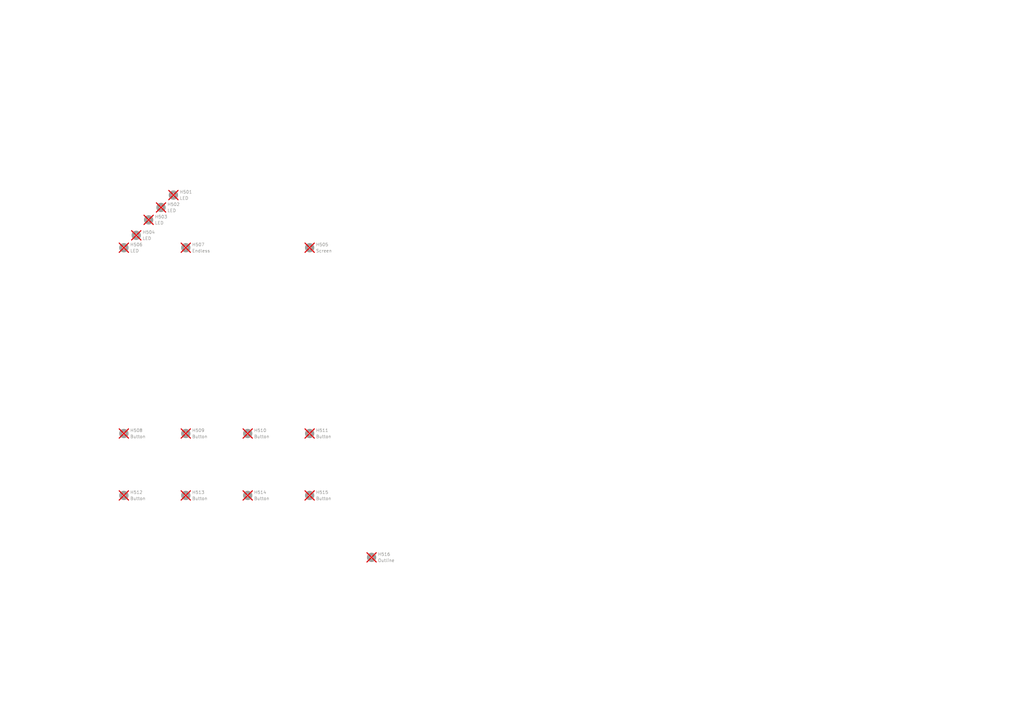
<source format=kicad_sch>
(kicad_sch (version 20231120) (generator "eeschema") (generator_version "8.0")
  (paper "A3")
  (lib_symbols
    (symbol "Mechanical:MountingHole" (pin_names (offset 1.016)) (exclude_from_sim yes) (in_bom no)
      (property "Reference" "H" (at 0 5.08 0))
      (property "Value" "MountingHole" (at 0 3.175 0))
      (symbol "MountingHole_0_1"
        (circle (center 0 0) (radius 1.27) (stroke (width 1.27)))
      )
    )
  )
  (symbol (lib_id "Mechanical:MountingHole") (at 60.96 90.17 0) (unit 1) (exclude_from_sim yes) (in_bom no) (dnp yes)
    (property "Reference" "H503" (at 63.5 88.8999 0) (effects (justify left)))
    (property "Value" "LED" (at 63.5 91.4399 0) (effects (justify left)))
    (property "Footprint" "suku_basics:FP_LED" (effects (hide yes)))
    (property "Description" "Mounting Hole without connection" (effects (hide yes)))
  )
  (symbol (lib_id "Mechanical:MountingHole") (at 152.4 228.6 0) (unit 1) (exclude_from_sim yes) (in_bom no) (dnp yes)
    (property "Reference" "H516" (at 154.94 227.3299 0) (effects (justify left)))
    (property "Value" "Outline" (at 154.94 229.8699 0) (effects (justify left)))
    (property "Footprint" "suku_basics:FP_OUTLINE" (effects (hide yes)))
    (property "Description" "Mounting Hole without connection" (effects (hide yes)))
  )
  (symbol (lib_id "Mechanical:MountingHole") (at 55.88 96.52 0) (unit 1) (exclude_from_sim yes) (in_bom no) (dnp yes)
    (property "Reference" "H504" (at 58.42 95.2499 0) (effects (justify left)))
    (property "Value" "LED" (at 58.42 97.7899 0) (effects (justify left)))
    (property "Footprint" "suku_basics:FP_LED" (effects (hide yes)))
    (property "Description" "Mounting Hole without connection" (effects (hide yes)))
  )
  (symbol (lib_id "Mechanical:MountingHole") (at 76.2 203.2 0) (unit 1) (exclude_from_sim yes) (in_bom no) (dnp yes)
    (property "Reference" "H513" (at 78.74 201.9299 0) (effects (justify left)))
    (property "Value" "Button" (at 78.74 204.4699 0) (effects (justify left)))
    (property "Footprint" "suku_basics:FP_BUTTON" (effects (hide yes)))
    (property "Description" "Mounting Hole without connection" (effects (hide yes)))
  )
  (symbol (lib_id "Mechanical:MountingHole") (at 127 203.2 0) (unit 1) (exclude_from_sim yes) (in_bom no) (dnp yes)
    (property "Reference" "H515" (at 129.54 201.9299 0) (effects (justify left)))
    (property "Value" "Button" (at 129.54 204.4699 0) (effects (justify left)))
    (property "Footprint" "suku_basics:FP_BUTTON" (effects (hide yes)))
    (property "Description" "Mounting Hole without connection" (effects (hide yes)))
  )
  (symbol (lib_id "Mechanical:MountingHole") (at 50.8 177.8 0) (unit 1) (exclude_from_sim yes) (in_bom no) (dnp yes)
    (property "Reference" "H508" (at 53.34 176.5299 0) (effects (justify left)))
    (property "Value" "Button" (at 53.34 179.0699 0) (effects (justify left)))
    (property "Footprint" "suku_basics:FP_BUTTON" (effects (hide yes)))
    (property "Description" "Mounting Hole without connection" (effects (hide yes)))
  )
  (symbol (lib_id "Mechanical:MountingHole") (at 50.8 203.2 0) (unit 1) (exclude_from_sim yes) (in_bom no) (dnp yes)
    (property "Reference" "H512" (at 53.34 201.9299 0) (effects (justify left)))
    (property "Value" "Button" (at 53.34 204.4699 0) (effects (justify left)))
    (property "Footprint" "suku_basics:FP_BUTTON" (effects (hide yes)))
    (property "Description" "Mounting Hole without connection" (effects (hide yes)))
  )
  (symbol (lib_id "Mechanical:MountingHole") (at 101.6 203.2 0) (unit 1) (exclude_from_sim yes) (in_bom no) (dnp yes)
    (property "Reference" "H514" (at 104.14 201.9299 0) (effects (justify left)))
    (property "Value" "Button" (at 104.14 204.4699 0) (effects (justify left)))
    (property "Footprint" "suku_basics:FP_BUTTON" (effects (hide yes)))
    (property "Description" "Mounting Hole without connection" (effects (hide yes)))
  )
  (symbol (lib_id "Mechanical:MountingHole") (at 76.2 177.8 0) (unit 1) (exclude_from_sim yes) (in_bom no) (dnp yes)
    (property "Reference" "H509" (at 78.74 176.5299 0) (effects (justify left)))
    (property "Value" "Button" (at 78.74 179.0699 0) (effects (justify left)))
    (property "Footprint" "suku_basics:FP_BUTTON" (effects (hide yes)))
    (property "Description" "Mounting Hole without connection" (effects (hide yes)))
  )
  (symbol (lib_id "Mechanical:MountingHole") (at 101.6 177.8 0) (unit 1) (exclude_from_sim yes) (in_bom no) (dnp yes)
    (property "Reference" "H510" (at 104.14 176.5299 0) (effects (justify left)))
    (property "Value" "Button" (at 104.14 179.0699 0) (effects (justify left)))
    (property "Footprint" "suku_basics:FP_BUTTON" (effects (hide yes)))
    (property "Description" "Mounting Hole without connection" (effects (hide yes)))
  )
  (symbol (lib_id "Mechanical:MountingHole") (at 71.12 80.01 0) (unit 1) (exclude_from_sim yes) (in_bom no) (dnp yes)
    (property "Reference" "H501" (at 73.66 78.7399 0) (effects (justify left)))
    (property "Value" "LED" (at 73.66 81.2799 0) (effects (justify left)))
    (property "Footprint" "suku_basics:FP_LED" (effects (hide yes)))
    (property "Description" "Mounting Hole without connection" (effects (hide yes)))
  )
  (symbol (lib_id "Mechanical:MountingHole") (at 76.2 101.6 0) (unit 1) (exclude_from_sim yes) (in_bom no) (dnp yes)
    (property "Reference" "H507" (at 78.74 100.3299 0) (effects (justify left)))
    (property "Value" "Endless" (at 78.74 102.8699 0) (effects (justify left)))
    (property "Footprint" "suku_basics:FP_ENDLESS" (effects (hide yes)))
    (property "Description" "Mounting Hole without connection" (effects (hide yes)))
  )
  (symbol (lib_id "Mechanical:MountingHole") (at 127 101.6 0) (unit 1) (exclude_from_sim yes) (in_bom no) (dnp yes)
    (property "Reference" "H505" (at 129.54 100.3299 0) (effects (justify left)))
    (property "Value" "Screen" (at 129.54 102.8699 0) (effects (justify left)))
    (property "Footprint" "suku_basics:FP_SCREEN" (effects (hide yes)))
    (property "Description" "Mounting Hole without connection" (effects (hide yes)))
  )
  (symbol (lib_id "Mechanical:MountingHole") (at 50.8 101.6 0) (unit 1) (exclude_from_sim yes) (in_bom no) (dnp yes)
    (property "Reference" "H506" (at 53.34 100.3299 0) (effects (justify left)))
    (property "Value" "LED" (at 53.34 102.8699 0) (effects (justify left)))
    (property "Footprint" "suku_basics:FP_LED" (effects (hide yes)))
    (property "Description" "Mounting Hole without connection" (effects (hide yes)))
  )
  (symbol (lib_id "Mechanical:MountingHole") (at 127 177.8 0) (unit 1) (exclude_from_sim yes) (in_bom no) (dnp yes)
    (property "Reference" "H511" (at 129.54 176.5299 0) (effects (justify left)))
    (property "Value" "Button" (at 129.54 179.0699 0) (effects (justify left)))
    (property "Footprint" "suku_basics:FP_BUTTON" (effects (hide yes)))
    (property "Description" "Mounting Hole without connection" (effects (hide yes)))
  )
  (symbol (lib_id "Mechanical:MountingHole") (at 66.04 85.09 0) (unit 1) (exclude_from_sim yes) (in_bom no) (dnp yes)
    (property "Reference" "H502" (at 68.58 83.8199 0) (effects (justify left)))
    (property "Value" "LED" (at 68.58 86.3599 0) (effects (justify left)))
    (property "Footprint" "suku_basics:FP_LED" (effects (hide yes)))
    (property "Description" "Mounting Hole without connection" (effects (hide yes)))
  )
)
</source>
